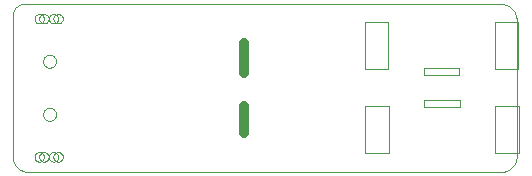
<source format=gko>
G75*
%MOIN*%
%OFA0B0*%
%FSLAX24Y24*%
%IPPOS*%
%LPD*%
%AMOC8*
5,1,8,0,0,1.08239X$1,22.5*
%
%ADD10C,0.0000*%
%ADD11C,0.0320*%
%ADD12C,0.0039*%
D10*
X006380Y002193D02*
X022180Y002193D01*
X022224Y002195D01*
X022267Y002201D01*
X022309Y002210D01*
X022351Y002223D01*
X022391Y002240D01*
X022430Y002260D01*
X022467Y002283D01*
X022501Y002310D01*
X022534Y002339D01*
X022563Y002372D01*
X022590Y002406D01*
X022613Y002443D01*
X022633Y002482D01*
X022650Y002522D01*
X022663Y002564D01*
X022672Y002606D01*
X022678Y002649D01*
X022680Y002693D01*
X022680Y007293D01*
X022674Y007338D01*
X022664Y007383D01*
X022651Y007426D01*
X022634Y007469D01*
X022613Y007510D01*
X022590Y007549D01*
X022563Y007586D01*
X022533Y007620D01*
X022501Y007652D01*
X022466Y007681D01*
X022428Y007708D01*
X022389Y007731D01*
X022348Y007750D01*
X022305Y007766D01*
X022261Y007779D01*
X022217Y007788D01*
X022171Y007793D01*
X022126Y007795D01*
X022080Y007793D01*
X006280Y007793D01*
X006241Y007791D01*
X006202Y007785D01*
X006164Y007776D01*
X006127Y007763D01*
X006091Y007746D01*
X006058Y007726D01*
X006026Y007702D01*
X005997Y007676D01*
X005971Y007647D01*
X005947Y007615D01*
X005927Y007582D01*
X005910Y007546D01*
X005897Y007509D01*
X005888Y007471D01*
X005882Y007432D01*
X005880Y007393D01*
X005880Y002693D01*
X005882Y002649D01*
X005888Y002606D01*
X005897Y002564D01*
X005910Y002522D01*
X005927Y002482D01*
X005947Y002443D01*
X005970Y002406D01*
X005997Y002372D01*
X006026Y002339D01*
X006059Y002310D01*
X006093Y002283D01*
X006130Y002260D01*
X006169Y002240D01*
X006209Y002223D01*
X006251Y002210D01*
X006293Y002201D01*
X006336Y002195D01*
X006380Y002193D01*
X006609Y002690D02*
X006611Y002715D01*
X006617Y002739D01*
X006626Y002761D01*
X006639Y002782D01*
X006655Y002801D01*
X006674Y002817D01*
X006695Y002830D01*
X006717Y002839D01*
X006741Y002845D01*
X006766Y002847D01*
X006791Y002845D01*
X006815Y002839D01*
X006837Y002830D01*
X006858Y002817D01*
X006877Y002801D01*
X006893Y002782D01*
X006906Y002761D01*
X006915Y002739D01*
X006921Y002715D01*
X006923Y002690D01*
X006921Y002665D01*
X006915Y002641D01*
X006906Y002619D01*
X006893Y002598D01*
X006877Y002579D01*
X006858Y002563D01*
X006837Y002550D01*
X006815Y002541D01*
X006791Y002535D01*
X006766Y002533D01*
X006741Y002535D01*
X006717Y002541D01*
X006695Y002550D01*
X006674Y002563D01*
X006655Y002579D01*
X006639Y002598D01*
X006626Y002619D01*
X006617Y002641D01*
X006611Y002665D01*
X006609Y002690D01*
X006766Y002690D02*
X006768Y002715D01*
X006774Y002739D01*
X006783Y002761D01*
X006796Y002782D01*
X006812Y002801D01*
X006831Y002817D01*
X006852Y002830D01*
X006874Y002839D01*
X006898Y002845D01*
X006923Y002847D01*
X006948Y002845D01*
X006972Y002839D01*
X006994Y002830D01*
X007015Y002817D01*
X007034Y002801D01*
X007050Y002782D01*
X007063Y002761D01*
X007072Y002739D01*
X007078Y002715D01*
X007080Y002690D01*
X007078Y002665D01*
X007072Y002641D01*
X007063Y002619D01*
X007050Y002598D01*
X007034Y002579D01*
X007015Y002563D01*
X006994Y002550D01*
X006972Y002541D01*
X006948Y002535D01*
X006923Y002533D01*
X006898Y002535D01*
X006874Y002541D01*
X006852Y002550D01*
X006831Y002563D01*
X006812Y002579D01*
X006796Y002598D01*
X006783Y002619D01*
X006774Y002641D01*
X006768Y002665D01*
X006766Y002690D01*
X007081Y002690D02*
X007083Y002715D01*
X007089Y002739D01*
X007098Y002761D01*
X007111Y002782D01*
X007127Y002801D01*
X007146Y002817D01*
X007167Y002830D01*
X007189Y002839D01*
X007213Y002845D01*
X007238Y002847D01*
X007263Y002845D01*
X007287Y002839D01*
X007309Y002830D01*
X007330Y002817D01*
X007349Y002801D01*
X007365Y002782D01*
X007378Y002761D01*
X007387Y002739D01*
X007393Y002715D01*
X007395Y002690D01*
X007393Y002665D01*
X007387Y002641D01*
X007378Y002619D01*
X007365Y002598D01*
X007349Y002579D01*
X007330Y002563D01*
X007309Y002550D01*
X007287Y002541D01*
X007263Y002535D01*
X007238Y002533D01*
X007213Y002535D01*
X007189Y002541D01*
X007167Y002550D01*
X007146Y002563D01*
X007127Y002579D01*
X007111Y002598D01*
X007098Y002619D01*
X007089Y002641D01*
X007083Y002665D01*
X007081Y002690D01*
X007239Y002690D02*
X007241Y002715D01*
X007247Y002739D01*
X007256Y002761D01*
X007269Y002782D01*
X007285Y002801D01*
X007304Y002817D01*
X007325Y002830D01*
X007347Y002839D01*
X007371Y002845D01*
X007396Y002847D01*
X007421Y002845D01*
X007445Y002839D01*
X007467Y002830D01*
X007488Y002817D01*
X007507Y002801D01*
X007523Y002782D01*
X007536Y002761D01*
X007545Y002739D01*
X007551Y002715D01*
X007553Y002690D01*
X007551Y002665D01*
X007545Y002641D01*
X007536Y002619D01*
X007523Y002598D01*
X007507Y002579D01*
X007488Y002563D01*
X007467Y002550D01*
X007445Y002541D01*
X007421Y002535D01*
X007396Y002533D01*
X007371Y002535D01*
X007347Y002541D01*
X007325Y002550D01*
X007304Y002563D01*
X007285Y002579D01*
X007269Y002598D01*
X007256Y002619D01*
X007247Y002641D01*
X007241Y002665D01*
X007239Y002690D01*
X006892Y004107D02*
X006894Y004136D01*
X006900Y004164D01*
X006909Y004192D01*
X006922Y004218D01*
X006939Y004241D01*
X006958Y004263D01*
X006980Y004282D01*
X007005Y004297D01*
X007031Y004310D01*
X007059Y004318D01*
X007087Y004323D01*
X007116Y004324D01*
X007145Y004321D01*
X007173Y004314D01*
X007200Y004304D01*
X007226Y004290D01*
X007249Y004273D01*
X007270Y004253D01*
X007288Y004230D01*
X007303Y004205D01*
X007314Y004178D01*
X007322Y004150D01*
X007326Y004121D01*
X007326Y004093D01*
X007322Y004064D01*
X007314Y004036D01*
X007303Y004009D01*
X007288Y003984D01*
X007270Y003961D01*
X007249Y003941D01*
X007226Y003924D01*
X007200Y003910D01*
X007173Y003900D01*
X007145Y003893D01*
X007116Y003890D01*
X007087Y003891D01*
X007059Y003896D01*
X007031Y003904D01*
X007005Y003917D01*
X006980Y003932D01*
X006958Y003951D01*
X006939Y003973D01*
X006922Y003996D01*
X006909Y004022D01*
X006900Y004050D01*
X006894Y004078D01*
X006892Y004107D01*
X006892Y005879D02*
X006894Y005908D01*
X006900Y005936D01*
X006909Y005964D01*
X006922Y005990D01*
X006939Y006013D01*
X006958Y006035D01*
X006980Y006054D01*
X007005Y006069D01*
X007031Y006082D01*
X007059Y006090D01*
X007087Y006095D01*
X007116Y006096D01*
X007145Y006093D01*
X007173Y006086D01*
X007200Y006076D01*
X007226Y006062D01*
X007249Y006045D01*
X007270Y006025D01*
X007288Y006002D01*
X007303Y005977D01*
X007314Y005950D01*
X007322Y005922D01*
X007326Y005893D01*
X007326Y005865D01*
X007322Y005836D01*
X007314Y005808D01*
X007303Y005781D01*
X007288Y005756D01*
X007270Y005733D01*
X007249Y005713D01*
X007226Y005696D01*
X007200Y005682D01*
X007173Y005672D01*
X007145Y005665D01*
X007116Y005662D01*
X007087Y005663D01*
X007059Y005668D01*
X007031Y005676D01*
X007005Y005689D01*
X006980Y005704D01*
X006958Y005723D01*
X006939Y005745D01*
X006922Y005768D01*
X006909Y005794D01*
X006900Y005822D01*
X006894Y005850D01*
X006892Y005879D01*
X006766Y007296D02*
X006768Y007321D01*
X006774Y007345D01*
X006783Y007367D01*
X006796Y007388D01*
X006812Y007407D01*
X006831Y007423D01*
X006852Y007436D01*
X006874Y007445D01*
X006898Y007451D01*
X006923Y007453D01*
X006948Y007451D01*
X006972Y007445D01*
X006994Y007436D01*
X007015Y007423D01*
X007034Y007407D01*
X007050Y007388D01*
X007063Y007367D01*
X007072Y007345D01*
X007078Y007321D01*
X007080Y007296D01*
X007078Y007271D01*
X007072Y007247D01*
X007063Y007225D01*
X007050Y007204D01*
X007034Y007185D01*
X007015Y007169D01*
X006994Y007156D01*
X006972Y007147D01*
X006948Y007141D01*
X006923Y007139D01*
X006898Y007141D01*
X006874Y007147D01*
X006852Y007156D01*
X006831Y007169D01*
X006812Y007185D01*
X006796Y007204D01*
X006783Y007225D01*
X006774Y007247D01*
X006768Y007271D01*
X006766Y007296D01*
X006609Y007296D02*
X006611Y007321D01*
X006617Y007345D01*
X006626Y007367D01*
X006639Y007388D01*
X006655Y007407D01*
X006674Y007423D01*
X006695Y007436D01*
X006717Y007445D01*
X006741Y007451D01*
X006766Y007453D01*
X006791Y007451D01*
X006815Y007445D01*
X006837Y007436D01*
X006858Y007423D01*
X006877Y007407D01*
X006893Y007388D01*
X006906Y007367D01*
X006915Y007345D01*
X006921Y007321D01*
X006923Y007296D01*
X006921Y007271D01*
X006915Y007247D01*
X006906Y007225D01*
X006893Y007204D01*
X006877Y007185D01*
X006858Y007169D01*
X006837Y007156D01*
X006815Y007147D01*
X006791Y007141D01*
X006766Y007139D01*
X006741Y007141D01*
X006717Y007147D01*
X006695Y007156D01*
X006674Y007169D01*
X006655Y007185D01*
X006639Y007204D01*
X006626Y007225D01*
X006617Y007247D01*
X006611Y007271D01*
X006609Y007296D01*
X007081Y007296D02*
X007083Y007321D01*
X007089Y007345D01*
X007098Y007367D01*
X007111Y007388D01*
X007127Y007407D01*
X007146Y007423D01*
X007167Y007436D01*
X007189Y007445D01*
X007213Y007451D01*
X007238Y007453D01*
X007263Y007451D01*
X007287Y007445D01*
X007309Y007436D01*
X007330Y007423D01*
X007349Y007407D01*
X007365Y007388D01*
X007378Y007367D01*
X007387Y007345D01*
X007393Y007321D01*
X007395Y007296D01*
X007393Y007271D01*
X007387Y007247D01*
X007378Y007225D01*
X007365Y007204D01*
X007349Y007185D01*
X007330Y007169D01*
X007309Y007156D01*
X007287Y007147D01*
X007263Y007141D01*
X007238Y007139D01*
X007213Y007141D01*
X007189Y007147D01*
X007167Y007156D01*
X007146Y007169D01*
X007127Y007185D01*
X007111Y007204D01*
X007098Y007225D01*
X007089Y007247D01*
X007083Y007271D01*
X007081Y007296D01*
X007239Y007296D02*
X007241Y007321D01*
X007247Y007345D01*
X007256Y007367D01*
X007269Y007388D01*
X007285Y007407D01*
X007304Y007423D01*
X007325Y007436D01*
X007347Y007445D01*
X007371Y007451D01*
X007396Y007453D01*
X007421Y007451D01*
X007445Y007445D01*
X007467Y007436D01*
X007488Y007423D01*
X007507Y007407D01*
X007523Y007388D01*
X007536Y007367D01*
X007545Y007345D01*
X007551Y007321D01*
X007553Y007296D01*
X007551Y007271D01*
X007545Y007247D01*
X007536Y007225D01*
X007523Y007204D01*
X007507Y007185D01*
X007488Y007169D01*
X007467Y007156D01*
X007445Y007147D01*
X007421Y007141D01*
X007396Y007139D01*
X007371Y007141D01*
X007347Y007147D01*
X007325Y007156D01*
X007304Y007169D01*
X007285Y007185D01*
X007269Y007204D01*
X007256Y007225D01*
X007247Y007247D01*
X007241Y007271D01*
X007239Y007296D01*
D11*
X013580Y006493D02*
X013580Y005493D01*
X013580Y004393D02*
X013580Y003493D01*
D12*
X017625Y002806D02*
X017625Y004381D01*
X018412Y004381D01*
X018412Y002806D01*
X017625Y002806D01*
X021956Y002806D02*
X021956Y004381D01*
X022743Y004381D01*
X022743Y002806D01*
X021956Y002806D01*
X020775Y004341D02*
X019594Y004341D01*
X019594Y004578D01*
X020775Y004578D01*
X020775Y004341D01*
X020767Y005409D02*
X019586Y005409D01*
X019586Y005645D01*
X020767Y005645D01*
X020767Y005409D01*
X021948Y005606D02*
X022735Y005606D01*
X022735Y007181D01*
X021948Y007181D01*
X021948Y005606D01*
X018405Y005606D02*
X018405Y007181D01*
X017617Y007181D01*
X017617Y005606D01*
X018405Y005606D01*
M02*

</source>
